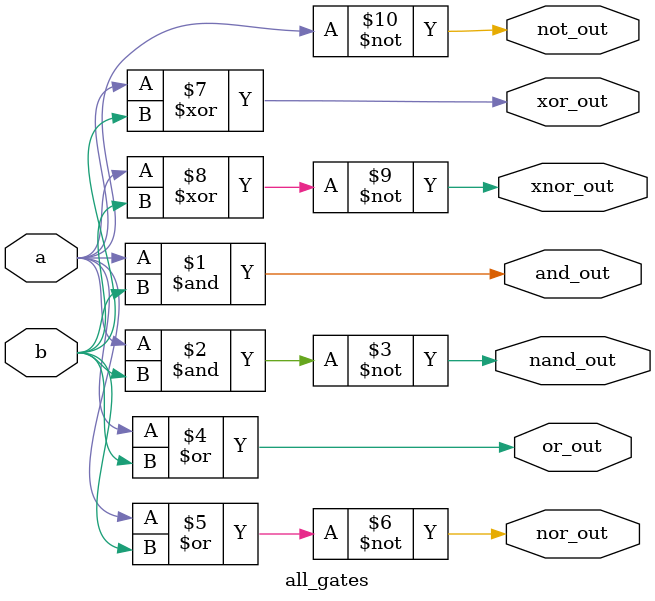
<source format=v>
module all_gates (output and_out, nand_out, or_out, nor_out, xor_out, xnor_out, not_out,
                  input a,b);
       and a1(and_out ,a,b);
       nand a2(nand_out ,a,b);
       or a3(or_out ,a,b);
       nor a4(nor_out ,a,b);
       xor a5(xor_out ,a,b);
       xnor a6(xnor_out ,a,b);
       not a7(not_out ,a);
endmodule



</source>
